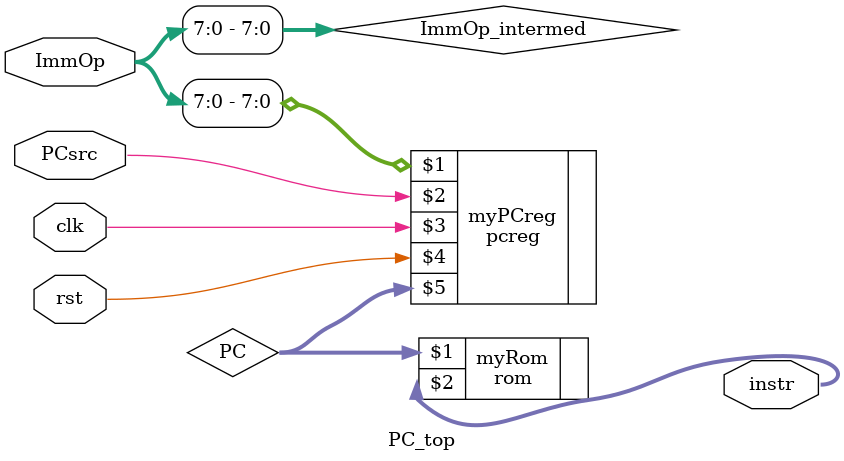
<source format=sv>
module PC_top #(
        parameter ADDRESS_WIDTH = 8,
        IMMOP_WIDTH = 32, // just a workaround at the moment, will work fine for now but need to figure out why memory allocation isn't taking place accurately.
    DATA_WIDTH = 32
)(
  input logic [IMMOP_WIDTH-1:0] ImmOp,
  input logic                     PCsrc,
  input logic                     clk,
  input logic                     rst,
  output logic [DATA_WIDTH-1:0]   instr
);

  logic [ADDRESS_WIDTH-1:0] PC;
  logic [ADDRESS_WIDTH-1:0] ImmOp_intermed;

  assign ImmOp_intermed = ImmOp[ADDRESS_WIDTH-1:0];

pcreg myPCreg(ImmOp_intermed, PCsrc, clk, rst, PC);

rom myRom(PC, instr);

endmodule

</source>
